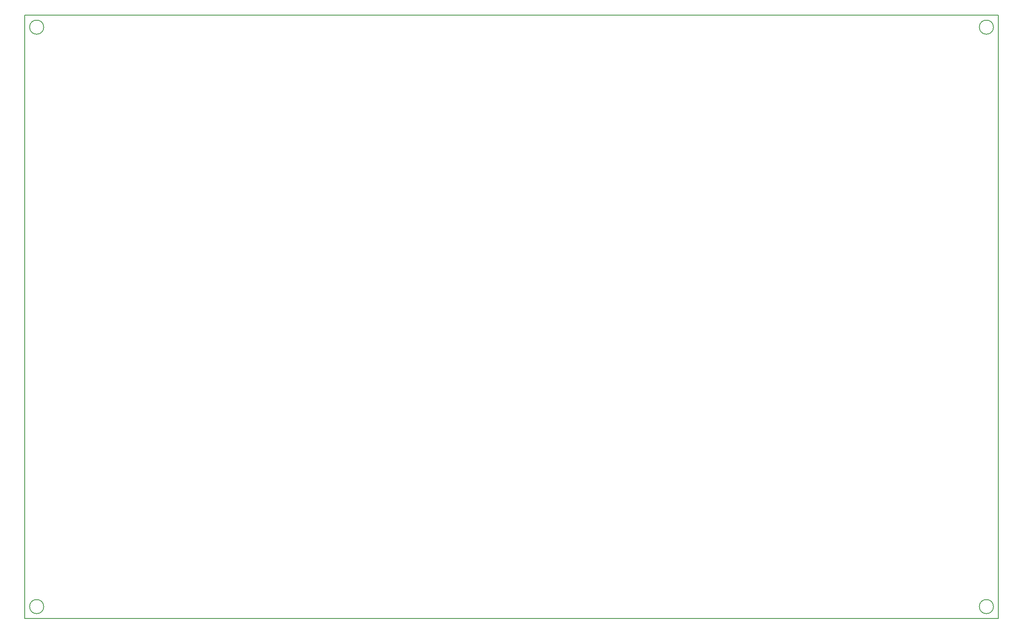
<source format=gbr>
G04 #@! TF.GenerationSoftware,KiCad,Pcbnew,(5.1.5)-3*
G04 #@! TF.CreationDate,2020-12-21T10:53:17+01:00*
G04 #@! TF.ProjectId,FGINT-V4-MASTER-128,4647494e-542d-4563-942d-4d4153544552,rev?*
G04 #@! TF.SameCoordinates,Original*
G04 #@! TF.FileFunction,Profile,NP*
%FSLAX46Y46*%
G04 Gerber Fmt 4.6, Leading zero omitted, Abs format (unit mm)*
G04 Created by KiCad (PCBNEW (5.1.5)-3) date 2020-12-21 10:53:17*
%MOMM*%
%LPD*%
G04 APERTURE LIST*
%ADD10C,0.150000*%
G04 APERTURE END LIST*
D10*
X249150000Y-34290000D02*
G75*
G03X249150000Y-34290000I-1500000J0D01*
G01*
X249150000Y-157480000D02*
G75*
G03X249150000Y-157480000I-1500000J0D01*
G01*
X47220000Y-157480000D02*
G75*
G03X47220000Y-157480000I-1500000J0D01*
G01*
X47220000Y-34290000D02*
G75*
G03X47220000Y-34290000I-1500000J0D01*
G01*
X43180000Y-160020000D02*
X43180000Y-31750000D01*
X250190000Y-160020000D02*
X43180000Y-160020000D01*
X250190000Y-31750000D02*
X250190000Y-160020000D01*
X43180000Y-31750000D02*
X250190000Y-31750000D01*
M02*

</source>
